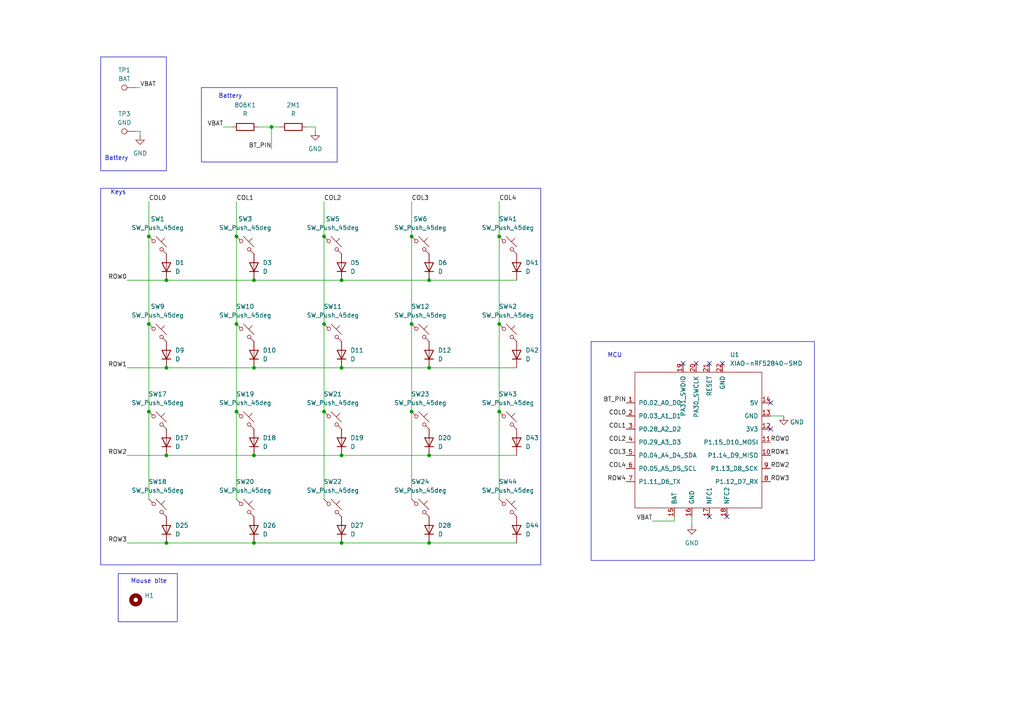
<source format=kicad_sch>
(kicad_sch (version 20250114) (generator "eeschema") (generator_version "9.0")
  (paper "A4")
  (lib_symbols
    (symbol "Connector:TestPoint" (pin_numbers (hide yes)) (pin_names (offset 0.762) (hide yes))
      (property "Reference" "TP" (at 0 6.858 0))
      (property "Value" "TestPoint" (at 0 5.08 0))
      (symbol "TestPoint_0_1"
        (circle (center 0 3.302) (radius 0.762))
      )
      (symbol "TestPoint_1_1"
        (pin passive line (at 0 0 90) (length 2.54) (name "1") (number "1"))
      )
    )
    (symbol "Device:D" (pin_numbers (hide yes)) (pin_names (offset 1.016) (hide yes))
      (property "Reference" "D" (at 0 2.54 0))
      (property "Value" "D" (at 0 -2.54 0))
      (symbol "D_0_1"
        (polyline (pts (xy -1.27 1.27) (xy -1.27 -1.27)) (stroke (width 0.254)))
        (polyline (pts (xy 1.27 1.27) (xy 1.27 -1.27) (xy -1.27 0) (xy 1.27 1.27)) (stroke (width 0.254)))
        (polyline (pts (xy 1.27 0) (xy -1.27 0)))
      )
      (symbol "D_1_1"
        (pin passive line (at -3.81 0 0) (length 2.54) (name "K") (number "1"))
        (pin passive line (at 3.81 0 180) (length 2.54) (name "A") (number "2"))
      )
    )
    (symbol "Device:R" (pin_numbers (hide yes)) (pin_names (offset 0))
      (property "Reference" "R" (at 2.032 0 90))
      (property "Value" "R" (at 0 0 90))
      (symbol "R_0_1"
        (rectangle (start -1.016 -2.54) (end 1.016 2.54) (stroke (width 0.254)))
      )
      (symbol "R_1_1"
        (pin passive line (at 0 3.81 270) (length 1.27) (name "~") (number "1"))
        (pin passive line (at 0 -3.81 90) (length 1.27) (name "~") (number "2"))
      )
    )
    (symbol "Mechanical:MountingHole" (pin_names (offset 1.016)) (in_bom no)
      (property "Reference" "H" (at 0 5.08 0))
      (property "Value" "MountingHole" (at 0 3.175 0))
      (symbol "MountingHole_0_1"
        (circle (center 0 0) (radius 1.27) (stroke (width 1.27)))
      )
    )
    (symbol "Mito:XIAO-nRF52840-SMD" (pin_names (offset 1.016))
      (property "Reference" "U" (at -18.542 23.114 0))
      (property "Value" "XIAO-nRF52840-SMD" (at -8.636 21.336 0))
      (symbol "XIAO-nRF52840-SMD_0_1"
        (rectangle (start -19.05 20.32) (end 17.78 -19.05))
      )
      (symbol "XIAO-nRF52840-SMD_1_1"
        (pin passive line (at -21.59 11.43 0) (length 2.54) (name "P0.02_A0_D0") (number "1"))
        (pin passive line (at -21.59 7.62 0) (length 2.54) (name "P0.03_A1_D1") (number "2"))
        (pin passive line (at -21.59 3.81 0) (length 2.54) (name "P0.28_A2_D2") (number "3"))
        (pin passive line (at -21.59 0 0) (length 2.54) (name "P0.29_A3_D3") (number "4"))
        (pin passive line (at -21.59 -3.81 0) (length 2.54) (name "P0.04_A4_D4_SDA") (number "5"))
        (pin passive line (at -21.59 -7.62 0) (length 2.54) (name "P0.05_A5_D5_SCL") (number "6"))
        (pin passive line (at -21.59 -11.43 0) (length 2.54) (name "P1.11_D6_TX") (number "7"))
        (pin passive line (at -7.62 -21.59 90) (length 2.54) (name "BAT") (number "15"))
        (pin passive line (at -5.08 22.86 270) (length 2.54) (name "PA31_SWDIO") (number "19"))
        (pin passive line (at -2.54 -21.59 90) (length 2.54) (name "GND") (number "16"))
        (pin passive line (at -1.27 22.86 270) (length 2.54) (name "PA30_SWCLK") (number "20"))
        (pin passive line (at 2.54 22.86 270) (length 2.54) (name "RESET") (number "21"))
        (pin passive line (at 2.54 -21.59 90) (length 2.54) (name "NFC1") (number "17"))
        (pin passive line (at 6.35 22.86 270) (length 2.54) (name "GND") (number "22"))
        (pin passive line (at 7.62 -21.59 90) (length 2.54) (name "NFC2") (number "18"))
        (pin passive line (at 20.32 11.43 180) (length 2.54) (name "5V") (number "14"))
        (pin passive line (at 20.32 7.62 180) (length 2.54) (name "GND") (number "13"))
        (pin passive line (at 20.32 3.81 180) (length 2.54) (name "3V3") (number "12"))
        (pin passive line (at 20.32 0 180) (length 2.54) (name "P1.15_D10_MOSI") (number "11"))
        (pin passive line (at 20.32 -3.81 180) (length 2.54) (name "P1.14_D9_MISO") (number "10"))
        (pin passive line (at 20.32 -7.62 180) (length 2.54) (name "P1.13_D8_SCK") (number "9"))
        (pin passive line (at 20.32 -11.43 180) (length 2.54) (name "P1.12_D7_RX") (number "8"))
      )
    )
    (symbol "Switch:SW_Push_45deg" (pin_numbers (hide yes)) (pin_names (offset 1.016) (hide yes))
      (property "Reference" "SW" (at 3.048 1.016 0))
      (property "Value" "SW_Push_45deg" (at 0 -3.81 0))
      (symbol "SW_Push_45deg_0_1"
        (polyline (pts (xy -2.54 2.54) (xy -1.524 1.524) (xy -1.524 1.524)))
        (circle (center -1.1684 1.1684) (radius 0.508))
        (polyline (pts (xy -0.508 2.54) (xy 2.54 -0.508)))
        (polyline (pts (xy 1.016 1.016) (xy 2.032 2.032)))
        (circle (center 1.143 -1.1938) (radius 0.508))
        (polyline (pts (xy 1.524 -1.524) (xy 2.54 -2.54) (xy 2.54 -2.54) (xy 2.54 -2.54)))
        (pin passive line (at -2.54 2.54 0) (length 0) (name "1") (number "1"))
        (pin passive line (at 2.54 -2.54 180) (length 0) (name "2") (number "2"))
      )
    )
    (symbol "power:GND" (power) (pin_numbers (hide yes)) (pin_names (offset 0) (hide yes))
      (property "Value" "GND" (at 0 -3.81 0))
      (symbol "GND_0_1"
        (polyline (pts (xy 0 0) (xy 0 -1.27) (xy 1.27 -1.27) (xy 0 -2.54) (xy -1.27 -1.27) (xy 0 -1.27)))
      )
      (symbol "GND_1_1"
        (pin power_in line (at 0 0 270) (length 0) (name "~") (number "1"))
      )
    )
  )
  (rectangle (start 29.21 16.51) (end 48.26 49.53))
  (rectangle (start 171.45 99.06) (end 236.22 162.56))
  (rectangle (start 58.42 25.4) (end 97.79 46.99))
  (rectangle (start 34.29 166.37) (end 51.435 180.34))
  (rectangle (start 29.21 54.61) (end 156.845 163.83))
  (text "Keys\n\n" (at 34.29 56.896 0) (effects (font (size 1.27 1.27))))
  (text "Battery" (at 66.802 27.94 0) (effects (font (size 1.27 1.27))))
  (text "Mouse bite\n" (at 43.18 168.656 0) (effects (font (size 1.27 1.27))))
  (text "Battery\n" (at 33.782 45.974 0) (effects (font (size 1.27 1.27))))
  (text "MCU\n" (at 178.308 103.124 0) (effects (font (size 1.27 1.27))))
  (junction (at 93.98 68.58))
  (junction (at 43.18 68.58))
  (junction (at 68.58 119.38))
  (junction (at 124.46 106.68))
  (junction (at 119.38 93.98))
  (junction (at 73.66 106.68))
  (junction (at 48.26 157.48))
  (junction (at 48.26 81.28))
  (junction (at 144.78 93.98))
  (junction (at 43.18 119.38))
  (junction (at 73.66 157.48))
  (junction (at 43.18 93.98))
  (junction (at 99.06 157.48))
  (junction (at 78.74 36.83))
  (junction (at 68.58 68.58))
  (junction (at 99.06 81.28))
  (junction (at 93.98 119.38))
  (junction (at 73.66 132.08))
  (junction (at 144.78 119.38))
  (junction (at 144.78 68.58))
  (junction (at 48.26 132.08))
  (junction (at 124.46 132.08))
  (junction (at 48.26 106.68))
  (junction (at 68.58 93.98))
  (junction (at 124.46 81.28))
  (junction (at 124.46 157.48))
  (junction (at 119.38 68.58))
  (junction (at 119.38 119.38))
  (junction (at 99.06 132.08))
  (junction (at 73.66 81.28))
  (junction (at 93.98 93.98))
  (junction (at 99.06 106.68))
  (no_connect (at 223.52 116.84))
  (no_connect (at 201.93 105.41))
  (no_connect (at 223.52 124.46))
  (no_connect (at 209.55 105.41))
  (no_connect (at 210.82 149.86))
  (no_connect (at 205.74 105.41))
  (no_connect (at 205.74 149.86))
  (no_connect (at 198.12 105.41))
  (wire (pts (xy 119.38 68.58) (xy 119.38 93.98)))
  (wire (pts (xy 119.38 58.42) (xy 119.38 68.58)))
  (wire (pts (xy 91.44 36.83) (xy 88.9 36.83)))
  (wire (pts (xy 43.18 68.58) (xy 43.18 93.98)))
  (wire (pts (xy 99.06 106.68) (xy 124.46 106.68)))
  (wire (pts (xy 43.18 93.98) (xy 43.18 119.38)))
  (wire (pts (xy 144.78 93.98) (xy 144.78 119.38)))
  (wire (pts (xy 48.26 106.68) (xy 73.66 106.68)))
  (wire (pts (xy 43.18 58.42) (xy 43.18 68.58)))
  (wire (pts (xy 144.78 58.42) (xy 144.78 68.58)))
  (wire (pts (xy 119.38 119.38) (xy 119.38 144.78)))
  (wire (pts (xy 144.78 68.58) (xy 144.78 93.98)))
  (wire (pts (xy 124.46 106.68) (xy 149.86 106.68)))
  (wire (pts (xy 93.98 58.42) (xy 93.98 68.58)))
  (wire (pts (xy 48.26 81.28) (xy 73.66 81.28)))
  (wire (pts (xy 64.77 36.83) (xy 67.31 36.83)))
  (wire (pts (xy 124.46 132.08) (xy 149.86 132.08)))
  (wire (pts (xy 195.58 151.13) (xy 189.23 151.13)))
  (wire (pts (xy 43.18 119.38) (xy 43.18 144.78)))
  (wire (pts (xy 78.74 36.83) (xy 81.28 36.83)))
  (wire (pts (xy 124.46 157.48) (xy 149.86 157.48)))
  (wire (pts (xy 39.37 25.4) (xy 40.64 25.4)))
  (wire (pts (xy 48.26 157.48) (xy 73.66 157.48)))
  (wire (pts (xy 144.78 119.38) (xy 144.78 144.78)))
  (wire (pts (xy 78.74 36.83) (xy 78.74 43.18)))
  (wire (pts (xy 73.66 106.68) (xy 99.06 106.68)))
  (wire (pts (xy 93.98 93.98) (xy 93.98 119.38)))
  (wire (pts (xy 124.46 81.28) (xy 149.86 81.28)))
  (wire (pts (xy 40.64 38.1) (xy 40.64 39.37)))
  (wire (pts (xy 99.06 81.28) (xy 124.46 81.28)))
  (wire (pts (xy 93.98 119.38) (xy 93.98 144.78)))
  (wire (pts (xy 68.58 93.98) (xy 68.58 119.38)))
  (wire (pts (xy 36.83 81.28) (xy 48.26 81.28)))
  (wire (pts (xy 68.58 68.58) (xy 68.58 93.98)))
  (wire (pts (xy 99.06 157.48) (xy 124.46 157.48)))
  (wire (pts (xy 68.58 58.42) (xy 68.58 68.58)))
  (wire (pts (xy 119.38 93.98) (xy 119.38 119.38)))
  (wire (pts (xy 68.58 119.38) (xy 68.58 144.78)))
  (wire (pts (xy 74.93 36.83) (xy 78.74 36.83)))
  (wire (pts (xy 36.83 132.08) (xy 48.26 132.08)))
  (wire (pts (xy 73.66 157.48) (xy 99.06 157.48)))
  (wire (pts (xy 99.06 132.08) (xy 124.46 132.08)))
  (wire (pts (xy 200.66 149.86) (xy 200.66 152.4)))
  (wire (pts (xy 73.66 81.28) (xy 99.06 81.28)))
  (wire (pts (xy 223.52 120.65) (xy 227.33 120.65)))
  (wire (pts (xy 195.58 149.86) (xy 195.58 151.13)))
  (wire (pts (xy 93.98 68.58) (xy 93.98 93.98)))
  (wire (pts (xy 91.44 36.83) (xy 91.44 38.1)))
  (wire (pts (xy 48.26 132.08) (xy 73.66 132.08)))
  (wire (pts (xy 36.83 106.68) (xy 48.26 106.68)))
  (wire (pts (xy 73.66 132.08) (xy 99.06 132.08)))
  (wire (pts (xy 36.83 157.48) (xy 48.26 157.48)))
  (wire (pts (xy 39.37 38.1) (xy 40.64 38.1)))
  (label "COL2" (at 93.98 58.42 0))
  (label "ROW3" (at 223.52 139.7 0))
  (label "COL4" (at 144.78 58.42 0))
  (label "COL0" (at 181.61 120.65 180))
  (label "ROW4" (at 181.61 139.7 180))
  (label "BT_PIN" (at 181.61 116.84 180))
  (label "VBAT" (at 40.64 25.4 0))
  (label "ROW1" (at 223.52 132.08 0))
  (label "ROW0" (at 36.83 81.28 180))
  (label "ROW1" (at 36.83 106.68 180))
  (label "COL1" (at 181.61 124.46 180))
  (label "VBAT" (at 189.23 151.13 180))
  (label "COL2" (at 181.61 128.27 180))
  (label "ROW2" (at 223.52 135.89 0))
  (label "VBAT" (at 64.77 36.83 180))
  (label "COL4" (at 181.61 135.89 180))
  (label "BT_PIN" (at 78.74 43.18 180))
  (label "ROW2" (at 36.83 132.08 180))
  (label "COL1" (at 68.58 58.42 0))
  (label "COL3" (at 119.38 58.42 0))
  (label "COL0" (at 43.18 58.42 0))
  (label "ROW0" (at 223.52 128.27 0))
  (label "ROW3" (at 36.83 157.48 180))
  (label "COL3" (at 181.61 132.08 180))
  (symbol (lib_id "Switch:SW_Push_45deg") (at 45.72 71.12 0) (unit 1)
    (property "Reference" "SW1" (at 45.72 63.5 0))
    (property "Value" "SW_Push_45deg" (at 45.72 66.04 0))
    (property "Footprint" "marbastlib-choc:SW_choc_v1_HS_CPG135001S30_1u" (effects (hide yes)))
    (property "Description" "Push button switch, normally open, two pins, 45° tilted" (effects (hide yes)))
    (instances (project "" (path "" (reference "SW1") (unit 1)) (path "" (reference "SW2") (unit 1))))
  )
  (symbol (lib_id "Device:D") (at 149.86 153.67 90) (unit 1)
    (property "Reference" "D44" (at 152.4 152.3999 90) (effects (justify right)))
    (property "Value" "D" (at 152.4 154.9399 90) (effects (justify right)))
    (property "Footprint" "Diode_SMD:D_SOD-123" (effects (hide yes)))
    (property "Description" "Diode" (effects (hide yes)))
    (property "Sim.Device" "D" (effects (hide yes)))
    (property "Sim.Pins" "1=K 2=A" (effects (hide yes)))
    (instances (project "BrokenKeyboard" (path "" (reference "D44") (unit 1)) (path "" (reference "D49") (unit 1))))
  )
  (symbol (lib_id "Device:D") (at 124.46 153.67 90) (unit 1)
    (property "Reference" "D28" (at 127 152.3999 90) (effects (justify right)))
    (property "Value" "D" (at 127 154.9399 90) (effects (justify right)))
    (property "Footprint" "Diode_SMD:D_SOD-123" (effects (hide yes)))
    (property "Description" "Diode" (effects (hide yes)))
    (property "Sim.Device" "D" (effects (hide yes)))
    (property "Sim.Pins" "1=K 2=A" (effects (hide yes)))
    (instances (project "BrokenKeyboard" (path "" (reference "D28") (unit 1)) (path "" (reference "D32") (unit 1))))
  )
  (symbol (lib_id "Device:D") (at 48.26 77.47 90) (unit 1)
    (property "Reference" "D1" (at 50.8 76.1999 90) (effects (justify right)))
    (property "Value" "D" (at 50.8 78.7399 90) (effects (justify right)))
    (property "Footprint" "Diode_SMD:D_SOD-123" (effects (hide yes)))
    (property "Description" "Diode" (effects (hide yes)))
    (property "Sim.Device" "D" (effects (hide yes)))
    (property "Sim.Pins" "1=K 2=A" (effects (hide yes)))
    (instances (project "" (path "" (reference "D1") (unit 1)) (path "" (reference "D2") (unit 1))))
  )
  (symbol (lib_id "Device:D") (at 99.06 153.67 90) (unit 1)
    (property "Reference" "D27" (at 101.6 152.3999 90) (effects (justify right)))
    (property "Value" "D" (at 101.6 154.9399 90) (effects (justify right)))
    (property "Footprint" "Diode_SMD:D_SOD-123" (effects (hide yes)))
    (property "Description" "Diode" (effects (hide yes)))
    (property "Sim.Device" "D" (effects (hide yes)))
    (property "Sim.Pins" "1=K 2=A" (effects (hide yes)))
    (instances (project "BrokenKeyboard" (path "" (reference "D27") (unit 1)) (path "" (reference "D31") (unit 1))))
  )
  (symbol (lib_id "Device:D") (at 73.66 128.27 90) (unit 1)
    (property "Reference" "D18" (at 76.2 126.9999 90) (effects (justify right)))
    (property "Value" "D" (at 76.2 129.5399 90) (effects (justify right)))
    (property "Footprint" "Diode_SMD:D_SOD-123" (effects (hide yes)))
    (property "Description" "Diode" (effects (hide yes)))
    (property "Sim.Device" "D" (effects (hide yes)))
    (property "Sim.Pins" "1=K 2=A" (effects (hide yes)))
    (instances (project "BrokenKeyboard" (path "" (reference "D18") (unit 1)) (path "" (reference "D22") (unit 1))))
  )
  (symbol (lib_id "Device:D") (at 48.26 128.27 90) (unit 1)
    (property "Reference" "D17" (at 50.8 126.9999 90) (effects (justify right)))
    (property "Value" "D" (at 50.8 129.5399 90) (effects (justify right)))
    (property "Footprint" "Diode_SMD:D_SOD-123" (effects (hide yes)))
    (property "Description" "Diode" (effects (hide yes)))
    (property "Sim.Device" "D" (effects (hide yes)))
    (property "Sim.Pins" "1=K 2=A" (effects (hide yes)))
    (instances (project "BrokenKeyboard" (path "" (reference "D17") (unit 1)) (path "" (reference "D21") (unit 1))))
  )
  (symbol (lib_id "Switch:SW_Push_45deg") (at 147.32 121.92 0) (unit 1)
    (property "Reference" "SW43" (at 147.32 114.3 0))
    (property "Value" "SW_Push_45deg" (at 147.32 116.84 0))
    (property "Footprint" "marbastlib-choc:SW_choc_v1_HS_CPG135001S30_1u" (effects (hide yes)))
    (property "Description" "Push button switch, normally open, two pins, 45° tilted" (effects (hide yes)))
    (instances (project "BrokenKeyboard" (path "" (reference "SW43") (unit 1)) (path "" (reference "SW48") (unit 1))))
  )
  (symbol (lib_id "Device:D") (at 48.26 153.67 90) (unit 1)
    (property "Reference" "D25" (at 50.8 152.3999 90) (effects (justify right)))
    (property "Value" "D" (at 50.8 154.9399 90) (effects (justify right)))
    (property "Footprint" "Diode_SMD:D_SOD-123" (effects (hide yes)))
    (property "Description" "Diode" (effects (hide yes)))
    (property "Sim.Device" "D" (effects (hide yes)))
    (property "Sim.Pins" "1=K 2=A" (effects (hide yes)))
    (instances (project "BrokenKeyboard" (path "" (reference "D25") (unit 1)) (path "" (reference "D29") (unit 1))))
  )
  (symbol (lib_id "Switch:SW_Push_45deg") (at 96.52 147.32 0) (unit 1)
    (property "Reference" "SW22" (at 96.52 139.7 0))
    (property "Value" "SW_Push_45deg" (at 96.52 142.24 0))
    (property "Footprint" "marbastlib-choc:SW_choc_v1_HS_CPG135001S30_1u" (effects (hide yes)))
    (property "Description" "Push button switch, normally open, two pins, 45° tilted" (effects (hide yes)))
    (instances (project "BrokenKeyboard" (path "" (reference "SW22") (unit 1)) (path "" (reference "SW30") (unit 1))))
  )
  (symbol (lib_id "Mito:XIAO-nRF52840-SMD") (at 203.2 128.27 0) (unit 1)
    (property "Reference" "U1" (at 211.6933 102.87 0) (effects (justify left)))
    (property "Value" "XIAO-nRF52840-SMD" (at 211.6933 105.41 0) (effects (justify left)))
    (property "Footprint" "XIAO_MOD:modified-XIAO-nRF52840-SMD" (effects (hide yes)))
    (instances (project "" (path "" (reference "U1") (unit 1)) (path "" (reference "U2") (unit 1))))
  )
  (symbol (lib_id "Device:R") (at 71.12 36.83 90) (unit 1)
    (property "Reference" "806K1" (at 71.12 30.48 90))
    (property "Value" "R" (at 71.12 33.02 90))
    (property "Footprint" "Resistor_SMD:R_0805_2012Metric" (effects (hide yes)))
    (property "Description" "Resistor" (effects (hide yes)))
    (instances (project "" (path "" (reference "806K1") (unit 1)) (path "" (reference "R2") (unit 1))))
  )
  (symbol (lib_id "Switch:SW_Push_45deg") (at 71.12 71.12 0) (unit 1)
    (property "Reference" "SW3" (at 71.12 63.5 0))
    (property "Value" "SW_Push_45deg" (at 71.12 66.04 0))
    (property "Footprint" "marbastlib-choc:SW_choc_v1_HS_CPG135001S30_1u" (effects (hide yes)))
    (property "Description" "Push button switch, normally open, two pins, 45° tilted" (effects (hide yes)))
    (instances (project "BrokenKeyboard" (path "" (reference "SW3") (unit 1)) (path "" (reference "SW4") (unit 1))))
  )
  (symbol (lib_id "Switch:SW_Push_45deg") (at 121.92 121.92 0) (unit 1)
    (property "Reference" "SW23" (at 121.92 114.3 0))
    (property "Value" "SW_Push_45deg" (at 121.92 116.84 0))
    (property "Footprint" "marbastlib-choc:SW_choc_v1_HS_CPG135001S30_1u" (effects (hide yes)))
    (property "Description" "Push button switch, normally open, two pins, 45° tilted" (effects (hide yes)))
    (instances (project "BrokenKeyboard" (path "" (reference "SW23") (unit 1)) (path "" (reference "SW31") (unit 1))))
  )
  (symbol (lib_id "Device:D") (at 99.06 77.47 90) (unit 1)
    (property "Reference" "D5" (at 101.6 76.1999 90) (effects (justify right)))
    (property "Value" "D" (at 101.6 78.7399 90) (effects (justify right)))
    (property "Footprint" "Diode_SMD:D_SOD-123" (effects (hide yes)))
    (property "Description" "Diode" (effects (hide yes)))
    (property "Sim.Device" "D" (effects (hide yes)))
    (property "Sim.Pins" "1=K 2=A" (effects (hide yes)))
    (instances (project "BrokenKeyboard" (path "" (reference "D5") (unit 1)) (path "" (reference "D7") (unit 1))))
  )
  (symbol (lib_id "Switch:SW_Push_45deg") (at 71.12 96.52 0) (unit 1)
    (property "Reference" "SW10" (at 71.12 88.9 0))
    (property "Value" "SW_Push_45deg" (at 71.12 91.44 0))
    (property "Footprint" "marbastlib-choc:SW_choc_v1_HS_CPG135001S30_1u" (effects (hide yes)))
    (property "Description" "Push button switch, normally open, two pins, 45° tilted" (effects (hide yes)))
    (instances (project "BrokenKeyboard" (path "" (reference "SW10") (unit 1)) (path "" (reference "SW14") (unit 1))))
  )
  (symbol (lib_id "Switch:SW_Push_45deg") (at 71.12 147.32 0) (unit 1)
    (property "Reference" "SW20" (at 71.12 139.7 0))
    (property "Value" "SW_Push_45deg" (at 71.12 142.24 0))
    (property "Footprint" "marbastlib-choc:SW_choc_v1_HS_CPG135001S30_1u" (effects (hide yes)))
    (property "Description" "Push button switch, normally open, two pins, 45° tilted" (effects (hide yes)))
    (instances (project "BrokenKeyboard" (path "" (reference "SW20") (unit 1)) (path "" (reference "SW28") (unit 1))))
  )
  (symbol (lib_id "Connector:TestPoint") (at 39.37 25.4 90) (unit 1)
    (property "Reference" "TP1" (at 36.068 20.32 90))
    (property "Value" "BAT" (at 36.068 22.86 90))
    (property "Footprint" "TestPoint:TestPoint_Pad_D2.0mm" (effects (hide yes)))
    (property "Description" "test point" (effects (hide yes)))
    (instances (project "" (path "" (reference "TP1") (unit 1)) (path "" (reference "TP2") (unit 1))))
  )
  (symbol (lib_id "Device:D") (at 124.46 128.27 90) (unit 1)
    (property "Reference" "D20" (at 127 126.9999 90) (effects (justify right)))
    (property "Value" "D" (at 127 129.5399 90) (effects (justify right)))
    (property "Footprint" "Diode_SMD:D_SOD-123" (effects (hide yes)))
    (property "Description" "Diode" (effects (hide yes)))
    (property "Sim.Device" "D" (effects (hide yes)))
    (property "Sim.Pins" "1=K 2=A" (effects (hide yes)))
    (instances (project "BrokenKeyboard" (path "" (reference "D20") (unit 1)) (path "" (reference "D24") (unit 1))))
  )
  (symbol (lib_id "Switch:SW_Push_45deg") (at 147.32 147.32 0) (unit 1)
    (property "Reference" "SW44" (at 147.32 139.7 0))
    (property "Value" "SW_Push_45deg" (at 147.32 142.24 0))
    (property "Footprint" "marbastlib-choc:SW_choc_v1_HS_CPG135001S30_1u" (effects (hide yes)))
    (property "Description" "Push button switch, normally open, two pins, 45° tilted" (effects (hide yes)))
    (instances (project "BrokenKeyboard" (path "" (reference "SW44") (unit 1)) (path "" (reference "SW49") (unit 1))))
  )
  (symbol (lib_id "power:GND") (at 200.66 152.4 0) (unit 1)
    (property "Reference" "#PWR03" (effects (hide yes)))
    (property "Value" "GND" (at 200.66 157.48 0))
    (property "Description" "Power symbol creates a global label with name \"GND\" , ground" (effects (hide yes)))
    (instances (project "" (path "" (reference "#PWR03") (unit 1)) (path "" (reference "#PWR04") (unit 1))))
  )
  (symbol (lib_id "Switch:SW_Push_45deg") (at 121.92 147.32 0) (unit 1)
    (property "Reference" "SW24" (at 121.92 139.7 0))
    (property "Value" "SW_Push_45deg" (at 121.92 142.24 0))
    (property "Footprint" "marbastlib-choc:SW_choc_v1_HS_CPG135001S30_1u" (effects (hide yes)))
    (property "Description" "Push button switch, normally open, two pins, 45° tilted" (effects (hide yes)))
    (instances (project "BrokenKeyboard" (path "" (reference "SW24") (unit 1)) (path "" (reference "SW32") (unit 1))))
  )
  (symbol (lib_id "Device:D") (at 149.86 128.27 90) (unit 1)
    (property "Reference" "D43" (at 152.4 126.9999 90) (effects (justify right)))
    (property "Value" "D" (at 152.4 129.5399 90) (effects (justify right)))
    (property "Footprint" "Diode_SMD:D_SOD-123" (effects (hide yes)))
    (property "Description" "Diode" (effects (hide yes)))
    (property "Sim.Device" "D" (effects (hide yes)))
    (property "Sim.Pins" "1=K 2=A" (effects (hide yes)))
    (instances (project "BrokenKeyboard" (path "" (reference "D43") (unit 1)) (path "" (reference "D48") (unit 1))))
  )
  (symbol (lib_id "Device:D") (at 73.66 77.47 90) (unit 1)
    (property "Reference" "D3" (at 76.2 76.1999 90) (effects (justify right)))
    (property "Value" "D" (at 76.2 78.7399 90) (effects (justify right)))
    (property "Footprint" "Diode_SMD:D_SOD-123" (effects (hide yes)))
    (property "Description" "Diode" (effects (hide yes)))
    (property "Sim.Device" "D" (effects (hide yes)))
    (property "Sim.Pins" "1=K 2=A" (effects (hide yes)))
    (instances (project "BrokenKeyboard" (path "" (reference "D3") (unit 1)) (path "" (reference "D4") (unit 1))))
  )
  (symbol (lib_id "power:GND") (at 91.44 38.1 0) (unit 1)
    (property "Reference" "#PWR07" (effects (hide yes)))
    (property "Value" "GND" (at 91.44 43.18 0))
    (property "Description" "Power symbol creates a global label with name \"GND\" , ground" (effects (hide yes)))
    (instances (project "BrokenKeyboard" (path "" (reference "#PWR07") (unit 1)) (path "" (reference "#PWR08") (unit 1))))
  )
  (symbol (lib_id "Device:R") (at 85.09 36.83 90) (unit 1)
    (property "Reference" "2M1" (at 85.09 30.48 90))
    (property "Value" "R" (at 85.09 33.02 90))
    (property "Footprint" "Resistor_SMD:R_0805_2012Metric" (effects (hide yes)))
    (property "Description" "Resistor" (effects (hide yes)))
    (instances (project "BrokenKeyboard" (path "" (reference "2M1") (unit 1)) (path "" (reference "R4") (unit 1))))
  )
  (symbol (lib_id "Switch:SW_Push_45deg") (at 147.32 96.52 0) (unit 1)
    (property "Reference" "SW42" (at 147.32 88.9 0))
    (property "Value" "SW_Push_45deg" (at 147.32 91.44 0))
    (property "Footprint" "marbastlib-choc:SW_choc_v1_HS_CPG135001S30_1u" (effects (hide yes)))
    (property "Description" "Push button switch, normally open, two pins, 45° tilted" (effects (hide yes)))
    (instances (project "BrokenKeyboard" (path "" (reference "SW42") (unit 1)) (path "" (reference "SW47") (unit 1))))
  )
  (symbol (lib_id "Device:D") (at 149.86 77.47 90) (unit 1)
    (property "Reference" "D41" (at 152.4 76.1999 90) (effects (justify right)))
    (property "Value" "D" (at 152.4 78.7399 90) (effects (justify right)))
    (property "Footprint" "Diode_SMD:D_SOD-123" (effects (hide yes)))
    (property "Description" "Diode" (effects (hide yes)))
    (property "Sim.Device" "D" (effects (hide yes)))
    (property "Sim.Pins" "1=K 2=A" (effects (hide yes)))
    (instances (project "BrokenKeyboard" (path "" (reference "D41") (unit 1)) (path "" (reference "D46") (unit 1))))
  )
  (symbol (lib_id "Switch:SW_Push_45deg") (at 45.72 121.92 0) (unit 1)
    (property "Reference" "SW17" (at 45.72 114.3 0))
    (property "Value" "SW_Push_45deg" (at 45.72 116.84 0))
    (property "Footprint" "marbastlib-choc:SW_choc_v1_HS_CPG135001S30_1u" (effects (hide yes)))
    (property "Description" "Push button switch, normally open, two pins, 45° tilted" (effects (hide yes)))
    (instances (project "BrokenKeyboard" (path "" (reference "SW17") (unit 1)) (path "" (reference "SW25") (unit 1))))
  )
  (symbol (lib_id "Mechanical:MountingHole") (at 39.37 173.99 0) (unit 1) (in_bom no)
    (property "Reference" "H1" (at 41.91 172.7199 0) (effects (justify left)))
    (property "Value" "MountingHole" (effects (hide yes)))
    (property "Footprint" "Mousebites:mouse-bite-2mm-slot" (effects (hide yes)))
    (property "Description" "Mounting Hole without connection" (effects (hide yes)))
    (instances (project "" (path "" (reference "H1") (unit 1)) (path "" (reference "H2") (unit 1))))
  )
  (symbol (lib_id "Device:D") (at 48.26 102.87 90) (unit 1)
    (property "Reference" "D9" (at 50.8 101.5999 90) (effects (justify right)))
    (property "Value" "D" (at 50.8 104.1399 90) (effects (justify right)))
    (property "Footprint" "Diode_SMD:D_SOD-123" (effects (hide yes)))
    (property "Description" "Diode" (effects (hide yes)))
    (property "Sim.Device" "D" (effects (hide yes)))
    (property "Sim.Pins" "1=K 2=A" (effects (hide yes)))
    (instances (project "BrokenKeyboard" (path "" (reference "D9") (unit 1)) (path "" (reference "D13") (unit 1))))
  )
  (symbol (lib_id "Device:D") (at 149.86 102.87 90) (unit 1)
    (property "Reference" "D42" (at 152.4 101.5999 90) (effects (justify right)))
    (property "Value" "D" (at 152.4 104.1399 90) (effects (justify right)))
    (property "Footprint" "Diode_SMD:D_SOD-123" (effects (hide yes)))
    (property "Description" "Diode" (effects (hide yes)))
    (property "Sim.Device" "D" (effects (hide yes)))
    (property "Sim.Pins" "1=K 2=A" (effects (hide yes)))
    (instances (project "BrokenKeyboard" (path "" (reference "D42") (unit 1)) (path "" (reference "D47") (unit 1))))
  )
  (symbol (lib_id "Switch:SW_Push_45deg") (at 96.52 121.92 0) (unit 1)
    (property "Reference" "SW21" (at 96.52 114.3 0))
    (property "Value" "SW_Push_45deg" (at 96.52 116.84 0))
    (property "Footprint" "marbastlib-choc:SW_choc_v1_HS_CPG135001S30_1u" (effects (hide yes)))
    (property "Description" "Push button switch, normally open, two pins, 45° tilted" (effects (hide yes)))
    (instances (project "BrokenKeyboard" (path "" (reference "SW21") (unit 1)) (path "" (reference "SW29") (unit 1))))
  )
  (symbol (lib_id "Switch:SW_Push_45deg") (at 45.72 147.32 0) (unit 1)
    (property "Reference" "SW18" (at 45.72 139.7 0))
    (property "Value" "SW_Push_45deg" (at 45.72 142.24 0))
    (property "Footprint" "marbastlib-choc:SW_choc_v1_HS_CPG135001S30_1u" (effects (hide yes)))
    (property "Description" "Push button switch, normally open, two pins, 45° tilted" (effects (hide yes)))
    (instances (project "BrokenKeyboard" (path "" (reference "SW18") (unit 1)) (path "" (reference "SW26") (unit 1))))
  )
  (symbol (lib_id "Switch:SW_Push_45deg") (at 121.92 96.52 0) (unit 1)
    (property "Reference" "SW12" (at 121.92 88.9 0))
    (property "Value" "SW_Push_45deg" (at 121.92 91.44 0))
    (property "Footprint" "marbastlib-choc:SW_choc_v1_HS_CPG135001S30_1u" (effects (hide yes)))
    (property "Description" "Push button switch, normally open, two pins, 45° tilted" (effects (hide yes)))
    (instances (project "BrokenKeyboard" (path "" (reference "SW12") (unit 1)) (path "" (reference "SW16") (unit 1))))
  )
  (symbol (lib_id "Device:D") (at 99.06 128.27 90) (unit 1)
    (property "Reference" "D19" (at 101.6 126.9999 90) (effects (justify right)))
    (property "Value" "D" (at 101.6 129.5399 90) (effects (justify right)))
    (property "Footprint" "Diode_SMD:D_SOD-123" (effects (hide yes)))
    (property "Description" "Diode" (effects (hide yes)))
    (property "Sim.Device" "D" (effects (hide yes)))
    (property "Sim.Pins" "1=K 2=A" (effects (hide yes)))
    (instances (project "BrokenKeyboard" (path "" (reference "D19") (unit 1)) (path "" (reference "D23") (unit 1))))
  )
  (symbol (lib_id "Device:D") (at 99.06 102.87 90) (unit 1)
    (property "Reference" "D11" (at 101.6 101.5999 90) (effects (justify right)))
    (property "Value" "D" (at 101.6 104.1399 90) (effects (justify right)))
    (property "Footprint" "Diode_SMD:D_SOD-123" (effects (hide yes)))
    (property "Description" "Diode" (effects (hide yes)))
    (property "Sim.Device" "D" (effects (hide yes)))
    (property "Sim.Pins" "1=K 2=A" (effects (hide yes)))
    (instances (project "BrokenKeyboard" (path "" (reference "D11") (unit 1)) (path "" (reference "D15") (unit 1))))
  )
  (symbol (lib_id "Switch:SW_Push_45deg") (at 96.52 71.12 0) (unit 1)
    (property "Reference" "SW5" (at 96.52 63.5 0))
    (property "Value" "SW_Push_45deg" (at 96.52 66.04 0))
    (property "Footprint" "marbastlib-choc:SW_choc_v1_HS_CPG135001S30_1u" (effects (hide yes)))
    (property "Description" "Push button switch, normally open, two pins, 45° tilted" (effects (hide yes)))
    (instances (project "BrokenKeyboard" (path "" (reference "SW5") (unit 1)) (path "" (reference "SW7") (unit 1))))
  )
  (symbol (lib_id "Device:D") (at 124.46 77.47 90) (unit 1)
    (property "Reference" "D6" (at 127 76.1999 90) (effects (justify right)))
    (property "Value" "D" (at 127 78.7399 90) (effects (justify right)))
    (property "Footprint" "Diode_SMD:D_SOD-123" (effects (hide yes)))
    (property "Description" "Diode" (effects (hide yes)))
    (property "Sim.Device" "D" (effects (hide yes)))
    (property "Sim.Pins" "1=K 2=A" (effects (hide yes)))
    (instances (project "BrokenKeyboard" (path "" (reference "D6") (unit 1)) (path "" (reference "D8") (unit 1))))
  )
  (symbol (lib_id "power:GND") (at 227.33 120.65 0) (unit 1)
    (property "Reference" "#PWR01" (effects (hide yes)))
    (property "Value" "GND" (at 231.14 122.428 0))
    (property "Description" "Power symbol creates a global label with name \"GND\" , ground" (effects (hide yes)))
    (instances (project "" (path "" (reference "#PWR01") (unit 1)) (path "" (reference "#PWR02") (unit 1))))
  )
  (symbol (lib_id "Device:D") (at 124.46 102.87 90) (unit 1)
    (property "Reference" "D12" (at 127 101.5999 90) (effects (justify right)))
    (property "Value" "D" (at 127 104.1399 90) (effects (justify right)))
    (property "Footprint" "Diode_SMD:D_SOD-123" (effects (hide yes)))
    (property "Description" "Diode" (effects (hide yes)))
    (property "Sim.Device" "D" (effects (hide yes)))
    (property "Sim.Pins" "1=K 2=A" (effects (hide yes)))
    (instances (project "BrokenKeyboard" (path "" (reference "D12") (unit 1)) (path "" (reference "D16") (unit 1))))
  )
  (symbol (lib_id "Switch:SW_Push_45deg") (at 147.32 71.12 0) (unit 1)
    (property "Reference" "SW41" (at 147.32 63.5 0))
    (property "Value" "SW_Push_45deg" (at 147.32 66.04 0))
    (property "Footprint" "marbastlib-choc:SW_choc_v1_HS_CPG135001S30_1u" (effects (hide yes)))
    (property "Description" "Push button switch, normally open, two pins, 45° tilted" (effects (hide yes)))
    (instances (project "BrokenKeyboard" (path "" (reference "SW41") (unit 1)) (path "" (reference "SW46") (unit 1))))
  )
  (symbol (lib_id "Device:D") (at 73.66 153.67 90) (unit 1)
    (property "Reference" "D26" (at 76.2 152.3999 90) (effects (justify right)))
    (property "Value" "D" (at 76.2 154.9399 90) (effects (justify right)))
    (property "Footprint" "Diode_SMD:D_SOD-123" (effects (hide yes)))
    (property "Description" "Diode" (effects (hide yes)))
    (property "Sim.Device" "D" (effects (hide yes)))
    (property "Sim.Pins" "1=K 2=A" (effects (hide yes)))
    (instances (project "BrokenKeyboard" (path "" (reference "D26") (unit 1)) (path "" (reference "D30") (unit 1))))
  )
  (symbol (lib_id "Switch:SW_Push_45deg") (at 121.92 71.12 0) (unit 1)
    (property "Reference" "SW6" (at 121.92 63.5 0))
    (property "Value" "SW_Push_45deg" (at 121.92 66.04 0))
    (property "Footprint" "marbastlib-choc:SW_choc_v1_HS_CPG135001S30_1u" (effects (hide yes)))
    (property "Description" "Push button switch, normally open, two pins, 45° tilted" (effects (hide yes)))
    (instances (project "BrokenKeyboard" (path "" (reference "SW6") (unit 1)) (path "" (reference "SW8") (unit 1))))
  )
  (symbol (lib_id "Connector:TestPoint") (at 39.37 38.1 90) (unit 1)
    (property "Reference" "TP3" (at 36.068 33.02 90))
    (property "Value" "GND" (at 36.068 35.56 90))
    (property "Footprint" "TestPoint:TestPoint_Pad_D2.0mm" (effects (hide yes)))
    (property "Description" "test point" (effects (hide yes)))
    (instances (project "BrokenKeyboard" (path "" (reference "TP3") (unit 1)) (path "" (reference "TP4") (unit 1))))
  )
  (symbol (lib_id "Device:D") (at 73.66 102.87 90) (unit 1)
    (property "Reference" "D10" (at 76.2 101.5999 90) (effects (justify right)))
    (property "Value" "D" (at 76.2 104.1399 90) (effects (justify right)))
    (property "Footprint" "Diode_SMD:D_SOD-123" (effects (hide yes)))
    (property "Description" "Diode" (effects (hide yes)))
    (property "Sim.Device" "D" (effects (hide yes)))
    (property "Sim.Pins" "1=K 2=A" (effects (hide yes)))
    (instances (project "BrokenKeyboard" (path "" (reference "D10") (unit 1)) (path "" (reference "D14") (unit 1))))
  )
  (symbol (lib_id "Switch:SW_Push_45deg") (at 45.72 96.52 0) (unit 1)
    (property "Reference" "SW9" (at 45.72 88.9 0))
    (property "Value" "SW_Push_45deg" (at 45.72 91.44 0))
    (property "Footprint" "marbastlib-choc:SW_choc_v1_HS_CPG135001S30_1u" (effects (hide yes)))
    (property "Description" "Push button switch, normally open, two pins, 45° tilted" (effects (hide yes)))
    (instances (project "BrokenKeyboard" (path "" (reference "SW9") (unit 1)) (path "" (reference "SW13") (unit 1))))
  )
  (symbol (lib_id "power:GND") (at 40.64 39.37 0) (unit 1)
    (property "Reference" "#PWR05" (effects (hide yes)))
    (property "Value" "GND" (at 40.64 44.45 0))
    (property "Description" "Power symbol creates a global label with name \"GND\" , ground" (effects (hide yes)))
    (instances (project "" (path "" (reference "#PWR05") (unit 1)) (path "" (reference "#PWR06") (unit 1))))
  )
  (symbol (lib_id "Switch:SW_Push_45deg") (at 71.12 121.92 0) (unit 1)
    (property "Reference" "SW19" (at 71.12 114.3 0))
    (property "Value" "SW_Push_45deg" (at 71.12 116.84 0))
    (property "Footprint" "marbastlib-choc:SW_choc_v1_HS_CPG135001S30_1u" (effects (hide yes)))
    (property "Description" "Push button switch, normally open, two pins, 45° tilted" (effects (hide yes)))
    (instances (project "BrokenKeyboard" (path "" (reference "SW19") (unit 1)) (path "" (reference "SW27") (unit 1))))
  )
  (symbol (lib_id "Switch:SW_Push_45deg") (at 96.52 96.52 0) (unit 1)
    (property "Reference" "SW11" (at 96.52 88.9 0))
    (property "Value" "SW_Push_45deg" (at 96.52 91.44 0))
    (property "Footprint" "marbastlib-choc:SW_choc_v1_HS_CPG135001S30_1u" (effects (hide yes)))
    (property "Description" "Push button switch, normally open, two pins, 45° tilted" (effects (hide yes)))
    (instances (project "BrokenKeyboard" (path "" (reference "SW11") (unit 1)) (path "" (reference "SW15") (unit 1))))
  )
)
</source>
